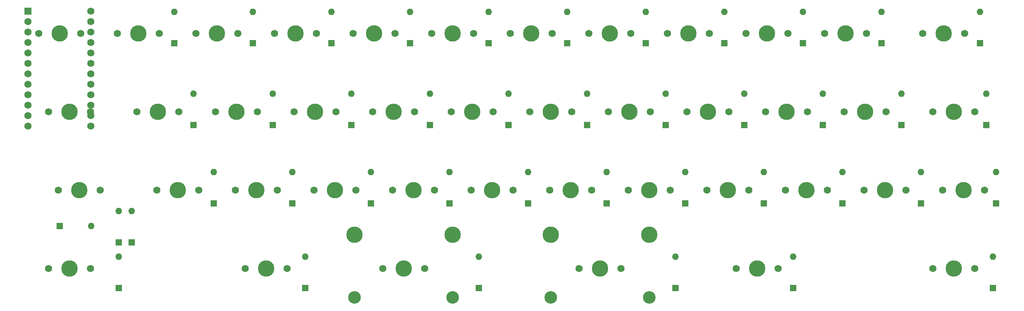
<source format=gts>
%TF.GenerationSoftware,KiCad,Pcbnew,5.1.9*%
%TF.CreationDate,2021-02-03T17:10:17+02:00*%
%TF.ProjectId,arc40,61726334-302e-46b6-9963-61645f706362,rev?*%
%TF.SameCoordinates,Original*%
%TF.FileFunction,Soldermask,Top*%
%TF.FilePolarity,Negative*%
%FSLAX46Y46*%
G04 Gerber Fmt 4.6, Leading zero omitted, Abs format (unit mm)*
G04 Created by KiCad (PCBNEW 5.1.9) date 2021-02-03 17:10:17*
%MOMM*%
%LPD*%
G01*
G04 APERTURE LIST*
%ADD10C,1.752600*%
%ADD11R,1.752600X1.752600*%
%ADD12C,3.987800*%
%ADD13C,1.750000*%
%ADD14C,3.048000*%
%ADD15O,1.600000X1.600000*%
%ADD16R,1.600000X1.600000*%
G04 APERTURE END LIST*
D10*
%TO.C,U1*%
X64680000Y-54080000D03*
X49440000Y-82020000D03*
X64680000Y-56620000D03*
X64680000Y-59160000D03*
X64680000Y-61700000D03*
X64680000Y-64240000D03*
X64680000Y-66780000D03*
X64680000Y-69320000D03*
X64680000Y-71860000D03*
X64680000Y-74400000D03*
X64680000Y-76940000D03*
X64680000Y-79480000D03*
X64680000Y-82020000D03*
X49440000Y-79480000D03*
X49440000Y-76940000D03*
X49440000Y-74400000D03*
X49440000Y-71860000D03*
X49440000Y-69320000D03*
X49440000Y-66780000D03*
X49440000Y-64240000D03*
X49440000Y-61700000D03*
X49440000Y-59160000D03*
X49440000Y-56620000D03*
D11*
X49440000Y-54080000D03*
%TD*%
D12*
%TO.C,MX42*%
X273844000Y-116681000D03*
D13*
X268764000Y-116681000D03*
X278924000Y-116681000D03*
%TD*%
D12*
%TO.C,MX41*%
X276225000Y-97631200D03*
D13*
X271145000Y-97631200D03*
X281305000Y-97631200D03*
%TD*%
D12*
%TO.C,MX40*%
X273844000Y-78581200D03*
D13*
X268764000Y-78581200D03*
X278924000Y-78581200D03*
%TD*%
D12*
%TO.C,MX39*%
X271462000Y-59531200D03*
D13*
X266382000Y-59531200D03*
X276542000Y-59531200D03*
%TD*%
D12*
%TO.C,MX38*%
X257175000Y-97631200D03*
D13*
X252095000Y-97631200D03*
X262255000Y-97631200D03*
%TD*%
D12*
%TO.C,MX37*%
X252412000Y-78581200D03*
D13*
X247332000Y-78581200D03*
X257492000Y-78581200D03*
%TD*%
D12*
%TO.C,MX36*%
X247650000Y-59531200D03*
D13*
X242570000Y-59531200D03*
X252730000Y-59531200D03*
%TD*%
D12*
%TO.C,MX35*%
X238125000Y-97631200D03*
D13*
X233045000Y-97631200D03*
X243205000Y-97631200D03*
%TD*%
D12*
%TO.C,MX34*%
X233362000Y-78581200D03*
D13*
X228282000Y-78581200D03*
X238442000Y-78581200D03*
%TD*%
D12*
%TO.C,MX33*%
X228600000Y-59531200D03*
D13*
X223520000Y-59531200D03*
X233680000Y-59531200D03*
%TD*%
D12*
%TO.C,MX32*%
X226219000Y-116681000D03*
D13*
X221139000Y-116681000D03*
X231299000Y-116681000D03*
%TD*%
D12*
%TO.C,MX31*%
X219075000Y-97631200D03*
D13*
X213995000Y-97631200D03*
X224155000Y-97631200D03*
%TD*%
D12*
%TO.C,MX30*%
X214312000Y-78581200D03*
D13*
X209232000Y-78581200D03*
X219392000Y-78581200D03*
%TD*%
D12*
%TO.C,MX29*%
X209550000Y-59531200D03*
D13*
X204470000Y-59531200D03*
X214630000Y-59531200D03*
%TD*%
D12*
%TO.C,MX28*%
X200025000Y-97631200D03*
D13*
X194945000Y-97631200D03*
X205105000Y-97631200D03*
%TD*%
D12*
%TO.C,MX27*%
X195262000Y-78581200D03*
D13*
X190182000Y-78581200D03*
X200342000Y-78581200D03*
%TD*%
D12*
%TO.C,MX26*%
X190500000Y-59531200D03*
D13*
X185420000Y-59531200D03*
X195580000Y-59531200D03*
%TD*%
D12*
%TO.C,MX25*%
X188119000Y-116681000D03*
D13*
X183039000Y-116681000D03*
X193199000Y-116681000D03*
D14*
X176212750Y-123666000D03*
X200025250Y-123666000D03*
D12*
X176212750Y-108426000D03*
X200025250Y-108426000D03*
%TD*%
%TO.C,MX24*%
X180975000Y-97631200D03*
D13*
X175895000Y-97631200D03*
X186055000Y-97631200D03*
%TD*%
D12*
%TO.C,MX23*%
X176212000Y-78581200D03*
D13*
X171132000Y-78581200D03*
X181292000Y-78581200D03*
%TD*%
D12*
%TO.C,MX22*%
X171450000Y-59531200D03*
D13*
X166370000Y-59531200D03*
X176530000Y-59531200D03*
%TD*%
D12*
%TO.C,MX21*%
X161925000Y-97631200D03*
D13*
X156845000Y-97631200D03*
X167005000Y-97631200D03*
%TD*%
D12*
%TO.C,MX20*%
X157162000Y-78581200D03*
D13*
X152082000Y-78581200D03*
X162242000Y-78581200D03*
%TD*%
D12*
%TO.C,MX19*%
X152400000Y-59531200D03*
D13*
X147320000Y-59531200D03*
X157480000Y-59531200D03*
%TD*%
D12*
%TO.C,MX18*%
X140494000Y-116681000D03*
D13*
X135414000Y-116681000D03*
X145574000Y-116681000D03*
D14*
X128587750Y-123666000D03*
X152400250Y-123666000D03*
D12*
X128587750Y-108426000D03*
X152400250Y-108426000D03*
%TD*%
%TO.C,MX17*%
X142875000Y-97631200D03*
D13*
X137795000Y-97631200D03*
X147955000Y-97631200D03*
%TD*%
D12*
%TO.C,MX16*%
X138112000Y-78581200D03*
D13*
X133032000Y-78581200D03*
X143192000Y-78581200D03*
%TD*%
D12*
%TO.C,MX15*%
X133350000Y-59531200D03*
D13*
X128270000Y-59531200D03*
X138430000Y-59531200D03*
%TD*%
D12*
%TO.C,MX14*%
X123825000Y-97631200D03*
D13*
X118745000Y-97631200D03*
X128905000Y-97631200D03*
%TD*%
D12*
%TO.C,MX13*%
X119062000Y-78581200D03*
D13*
X113982000Y-78581200D03*
X124142000Y-78581200D03*
%TD*%
D12*
%TO.C,MX12*%
X114300000Y-59531200D03*
D13*
X109220000Y-59531200D03*
X119380000Y-59531200D03*
%TD*%
D12*
%TO.C,MX11*%
X107156000Y-116681000D03*
D13*
X102076000Y-116681000D03*
X112236000Y-116681000D03*
%TD*%
D12*
%TO.C,MX10*%
X104775000Y-97631200D03*
D13*
X99695000Y-97631200D03*
X109855000Y-97631200D03*
%TD*%
D12*
%TO.C,MX9*%
X100012000Y-78581200D03*
D13*
X94932000Y-78581200D03*
X105092000Y-78581200D03*
%TD*%
D12*
%TO.C,MX8*%
X95250000Y-59531200D03*
D13*
X90170000Y-59531200D03*
X100330000Y-59531200D03*
%TD*%
D12*
%TO.C,MX7*%
X85725000Y-97631200D03*
D13*
X80645000Y-97631200D03*
X90805000Y-97631200D03*
%TD*%
D12*
%TO.C,MX6*%
X80962500Y-78581200D03*
D13*
X75882500Y-78581200D03*
X86042500Y-78581200D03*
%TD*%
D12*
%TO.C,MX5*%
X76200000Y-59531200D03*
D13*
X71120000Y-59531200D03*
X81280000Y-59531200D03*
%TD*%
D12*
%TO.C,MX4*%
X59531200Y-116681000D03*
D13*
X54451200Y-116681000D03*
X64611200Y-116681000D03*
%TD*%
D12*
%TO.C,MX3*%
X61912500Y-97631200D03*
D13*
X56832500Y-97631200D03*
X66992500Y-97631200D03*
%TD*%
D12*
%TO.C,MX2*%
X59531200Y-78581200D03*
D13*
X54451200Y-78581200D03*
X64611200Y-78581200D03*
%TD*%
D12*
%TO.C,MX1*%
X57150000Y-59531200D03*
D13*
X52070000Y-59531200D03*
X62230000Y-59531200D03*
%TD*%
D15*
%TO.C,D42*%
X283369000Y-113824000D03*
D16*
X283369000Y-121444000D03*
%TD*%
D15*
%TO.C,D41*%
X284162000Y-93186000D03*
D16*
X284162000Y-100806000D03*
%TD*%
D15*
%TO.C,D40*%
X281781000Y-74136200D03*
D16*
X281781000Y-81756200D03*
%TD*%
D15*
%TO.C,D39*%
X280194000Y-54292500D03*
D16*
X280194000Y-61912500D03*
%TD*%
D15*
%TO.C,D38*%
X265906000Y-93186000D03*
D16*
X265906000Y-100806000D03*
%TD*%
D15*
%TO.C,D37*%
X261144000Y-74136200D03*
D16*
X261144000Y-81756200D03*
%TD*%
D15*
%TO.C,D36*%
X256381000Y-54292500D03*
D16*
X256381000Y-61912500D03*
%TD*%
D15*
%TO.C,D35*%
X246856000Y-93186000D03*
D16*
X246856000Y-100806000D03*
%TD*%
D15*
%TO.C,D34*%
X242094000Y-74136200D03*
D16*
X242094000Y-81756200D03*
%TD*%
D15*
%TO.C,D33*%
X237331000Y-54292500D03*
D16*
X237331000Y-61912500D03*
%TD*%
D15*
%TO.C,D32*%
X234950000Y-113824000D03*
D16*
X234950000Y-121444000D03*
%TD*%
D15*
%TO.C,D31*%
X227806000Y-93186000D03*
D16*
X227806000Y-100806000D03*
%TD*%
D15*
%TO.C,D30*%
X223044000Y-74136200D03*
D16*
X223044000Y-81756200D03*
%TD*%
D15*
%TO.C,D29*%
X218281000Y-54292500D03*
D16*
X218281000Y-61912500D03*
%TD*%
D15*
%TO.C,D28*%
X208756000Y-93186000D03*
D16*
X208756000Y-100806000D03*
%TD*%
D15*
%TO.C,D27*%
X203994000Y-74136200D03*
D16*
X203994000Y-81756200D03*
%TD*%
D15*
%TO.C,D26*%
X199231000Y-54292500D03*
D16*
X199231000Y-61912500D03*
%TD*%
D15*
%TO.C,D25*%
X206375000Y-113824000D03*
D16*
X206375000Y-121444000D03*
%TD*%
D15*
%TO.C,D24*%
X189706000Y-93186000D03*
D16*
X189706000Y-100806000D03*
%TD*%
D15*
%TO.C,D23*%
X184944000Y-74136200D03*
D16*
X184944000Y-81756200D03*
%TD*%
D15*
%TO.C,D22*%
X180181000Y-54292500D03*
D16*
X180181000Y-61912500D03*
%TD*%
D15*
%TO.C,D21*%
X170656000Y-93186000D03*
D16*
X170656000Y-100806000D03*
%TD*%
D15*
%TO.C,D20*%
X165894000Y-74136200D03*
D16*
X165894000Y-81756200D03*
%TD*%
D15*
%TO.C,D19*%
X161131000Y-54292500D03*
D16*
X161131000Y-61912500D03*
%TD*%
D15*
%TO.C,D18*%
X158750000Y-113824000D03*
D16*
X158750000Y-121444000D03*
%TD*%
D15*
%TO.C,D17*%
X151606000Y-93186000D03*
D16*
X151606000Y-100806000D03*
%TD*%
D15*
%TO.C,D16*%
X146844000Y-74136200D03*
D16*
X146844000Y-81756200D03*
%TD*%
D15*
%TO.C,D15*%
X142081000Y-54292500D03*
D16*
X142081000Y-61912500D03*
%TD*%
D15*
%TO.C,D14*%
X132556000Y-93186000D03*
D16*
X132556000Y-100806000D03*
%TD*%
D15*
%TO.C,D13*%
X127794000Y-74136200D03*
D16*
X127794000Y-81756200D03*
%TD*%
D15*
%TO.C,D12*%
X123031000Y-54292500D03*
D16*
X123031000Y-61912500D03*
%TD*%
D15*
%TO.C,D11*%
X116681000Y-113824000D03*
D16*
X116681000Y-121444000D03*
%TD*%
D15*
%TO.C,D10*%
X113506000Y-93186000D03*
D16*
X113506000Y-100806000D03*
%TD*%
D15*
%TO.C,D9*%
X108744000Y-74136200D03*
D16*
X108744000Y-81756200D03*
%TD*%
D15*
%TO.C,D8*%
X103981000Y-54292500D03*
D16*
X103981000Y-61912500D03*
%TD*%
D15*
%TO.C,D7*%
X94456200Y-93186000D03*
D16*
X94456200Y-100806000D03*
%TD*%
D15*
%TO.C,D6*%
X89550000Y-74136200D03*
D16*
X89550000Y-81756200D03*
%TD*%
D15*
%TO.C,D5*%
X84931200Y-54292500D03*
D16*
X84931200Y-61912500D03*
%TD*%
D15*
%TO.C,D4*%
X71437500Y-113824000D03*
D16*
X71437500Y-121444000D03*
%TD*%
D15*
%TO.C,D3*%
X64770000Y-106362000D03*
D16*
X57150000Y-106362000D03*
%TD*%
D15*
%TO.C,D2*%
X71437500Y-102711000D03*
D16*
X71437500Y-110331000D03*
%TD*%
D15*
%TO.C,D1*%
X74612500Y-102711000D03*
D16*
X74612500Y-110331000D03*
%TD*%
M02*

</source>
